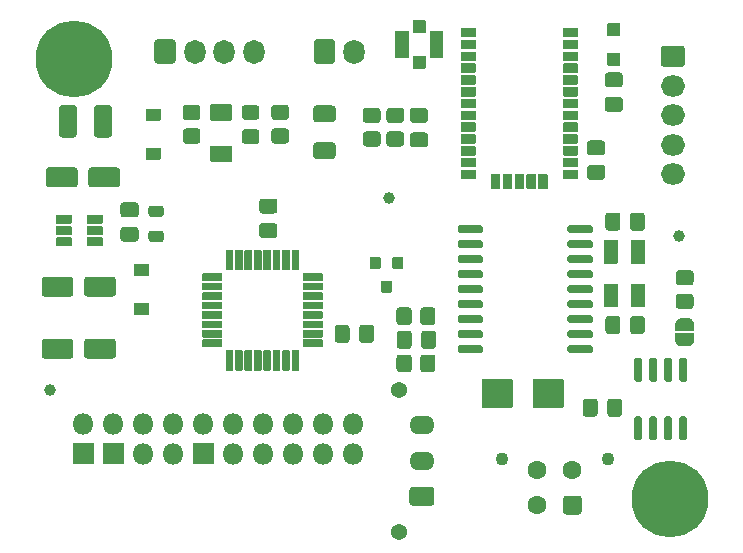
<source format=gbr>
%TF.GenerationSoftware,KiCad,Pcbnew,(5.1.12-1-10_14)*%
%TF.CreationDate,2023-02-08T21:42:28+01:00*%
%TF.ProjectId,SmartDisplay,536d6172-7444-4697-9370-6c61792e6b69,rev?*%
%TF.SameCoordinates,Original*%
%TF.FileFunction,Soldermask,Top*%
%TF.FilePolarity,Negative*%
%FSLAX46Y46*%
G04 Gerber Fmt 4.6, Leading zero omitted, Abs format (unit mm)*
G04 Created by KiCad (PCBNEW (5.1.12-1-10_14)) date 2023-02-08 21:42:28*
%MOMM*%
%LPD*%
G01*
G04 APERTURE LIST*
%ADD10C,0.900000*%
%ADD11C,6.500000*%
%ADD12O,2.120000X1.600000*%
%ADD13C,1.370000*%
%ADD14O,1.800000X2.050000*%
%ADD15O,1.800000X2.100000*%
%ADD16O,2.050000X1.800000*%
%ADD17C,1.000000*%
%ADD18O,1.800000X1.800000*%
%ADD19C,1.600000*%
%ADD20C,1.100000*%
%ADD21C,0.100000*%
G04 APERTURE END LIST*
%TO.C,D6*%
G36*
G01*
X138100000Y-86120000D02*
X136900000Y-86120000D01*
G75*
G02*
X136850000Y-86070000I0J50000D01*
G01*
X136850000Y-85170000D01*
G75*
G02*
X136900000Y-85120000I50000J0D01*
G01*
X138100000Y-85120000D01*
G75*
G02*
X138150000Y-85170000I0J-50000D01*
G01*
X138150000Y-86070000D01*
G75*
G02*
X138100000Y-86120000I-50000J0D01*
G01*
G37*
G36*
G01*
X138100000Y-89420000D02*
X136900000Y-89420000D01*
G75*
G02*
X136850000Y-89370000I0J50000D01*
G01*
X136850000Y-88470000D01*
G75*
G02*
X136900000Y-88420000I50000J0D01*
G01*
X138100000Y-88420000D01*
G75*
G02*
X138150000Y-88470000I0J-50000D01*
G01*
X138150000Y-89370000D01*
G75*
G02*
X138100000Y-89420000I-50000J0D01*
G01*
G37*
%TD*%
%TO.C,D5*%
G36*
G01*
X135900000Y-101570000D02*
X137100000Y-101570000D01*
G75*
G02*
X137150000Y-101620000I0J-50000D01*
G01*
X137150000Y-102520000D01*
G75*
G02*
X137100000Y-102570000I-50000J0D01*
G01*
X135900000Y-102570000D01*
G75*
G02*
X135850000Y-102520000I0J50000D01*
G01*
X135850000Y-101620000D01*
G75*
G02*
X135900000Y-101570000I50000J0D01*
G01*
G37*
G36*
G01*
X135900000Y-98270000D02*
X137100000Y-98270000D01*
G75*
G02*
X137150000Y-98320000I0J-50000D01*
G01*
X137150000Y-99220000D01*
G75*
G02*
X137100000Y-99270000I-50000J0D01*
G01*
X135900000Y-99270000D01*
G75*
G02*
X135850000Y-99220000I0J50000D01*
G01*
X135850000Y-98320000D01*
G75*
G02*
X135900000Y-98270000I50000J0D01*
G01*
G37*
%TD*%
%TO.C,C11*%
G36*
G01*
X152681136Y-86257500D02*
X151318864Y-86257500D01*
G75*
G02*
X151050000Y-85988636I0J268864D01*
G01*
X151050000Y-85101364D01*
G75*
G02*
X151318864Y-84832500I268864J0D01*
G01*
X152681136Y-84832500D01*
G75*
G02*
X152950000Y-85101364I0J-268864D01*
G01*
X152950000Y-85988636D01*
G75*
G02*
X152681136Y-86257500I-268864J0D01*
G01*
G37*
G36*
G01*
X152681136Y-89382500D02*
X151318864Y-89382500D01*
G75*
G02*
X151050000Y-89113636I0J268864D01*
G01*
X151050000Y-88226364D01*
G75*
G02*
X151318864Y-87957500I268864J0D01*
G01*
X152681136Y-87957500D01*
G75*
G02*
X152950000Y-88226364I0J-268864D01*
G01*
X152950000Y-89113636D01*
G75*
G02*
X152681136Y-89382500I-268864J0D01*
G01*
G37*
%TD*%
%TO.C,D3*%
G36*
G01*
X156850000Y-99670000D02*
X157650000Y-99670000D01*
G75*
G02*
X157700000Y-99720000I0J-50000D01*
G01*
X157700000Y-100620000D01*
G75*
G02*
X157650000Y-100670000I-50000J0D01*
G01*
X156850000Y-100670000D01*
G75*
G02*
X156800000Y-100620000I0J50000D01*
G01*
X156800000Y-99720000D01*
G75*
G02*
X156850000Y-99670000I50000J0D01*
G01*
G37*
G36*
G01*
X155900000Y-97670000D02*
X156700000Y-97670000D01*
G75*
G02*
X156750000Y-97720000I0J-50000D01*
G01*
X156750000Y-98620000D01*
G75*
G02*
X156700000Y-98670000I-50000J0D01*
G01*
X155900000Y-98670000D01*
G75*
G02*
X155850000Y-98620000I0J50000D01*
G01*
X155850000Y-97720000D01*
G75*
G02*
X155900000Y-97670000I50000J0D01*
G01*
G37*
G36*
G01*
X157800000Y-97670000D02*
X158600000Y-97670000D01*
G75*
G02*
X158650000Y-97720000I0J-50000D01*
G01*
X158650000Y-98620000D01*
G75*
G02*
X158600000Y-98670000I-50000J0D01*
G01*
X157800000Y-98670000D01*
G75*
G02*
X157750000Y-98620000I0J50000D01*
G01*
X157750000Y-97720000D01*
G75*
G02*
X157800000Y-97670000I50000J0D01*
G01*
G37*
%TD*%
%TO.C,X1*%
G36*
G01*
X159475000Y-81670000D02*
X159475000Y-80670000D01*
G75*
G02*
X159525000Y-80620000I50000J0D01*
G01*
X160525000Y-80620000D01*
G75*
G02*
X160575000Y-80670000I0J-50000D01*
G01*
X160575000Y-81670000D01*
G75*
G02*
X160525000Y-81720000I-50000J0D01*
G01*
X159525000Y-81720000D01*
G75*
G02*
X159475000Y-81670000I0J50000D01*
G01*
G37*
G36*
G01*
X159475000Y-78670000D02*
X159475000Y-77670000D01*
G75*
G02*
X159525000Y-77620000I50000J0D01*
G01*
X160525000Y-77620000D01*
G75*
G02*
X160575000Y-77670000I0J-50000D01*
G01*
X160575000Y-78670000D01*
G75*
G02*
X160525000Y-78720000I-50000J0D01*
G01*
X159525000Y-78720000D01*
G75*
G02*
X159475000Y-78670000I0J50000D01*
G01*
G37*
G36*
G01*
X160925000Y-80770000D02*
X160925000Y-78570000D01*
G75*
G02*
X160975000Y-78520000I50000J0D01*
G01*
X162025000Y-78520000D01*
G75*
G02*
X162075000Y-78570000I0J-50000D01*
G01*
X162075000Y-80770000D01*
G75*
G02*
X162025000Y-80820000I-50000J0D01*
G01*
X160975000Y-80820000D01*
G75*
G02*
X160925000Y-80770000I0J50000D01*
G01*
G37*
G36*
G01*
X157975000Y-80770000D02*
X157975000Y-78570000D01*
G75*
G02*
X158025000Y-78520000I50000J0D01*
G01*
X159075000Y-78520000D01*
G75*
G02*
X159125000Y-78570000I0J-50000D01*
G01*
X159125000Y-80770000D01*
G75*
G02*
X159075000Y-80820000I-50000J0D01*
G01*
X158025000Y-80820000D01*
G75*
G02*
X157975000Y-80770000I0J50000D01*
G01*
G37*
%TD*%
%TO.C,U5*%
G36*
G01*
X172203500Y-79025599D02*
X172203500Y-78314399D01*
G75*
G02*
X172253500Y-78264399I50000J0D01*
G01*
X173396500Y-78264399D01*
G75*
G02*
X173446500Y-78314399I0J-50000D01*
G01*
X173446500Y-79025599D01*
G75*
G02*
X173396500Y-79075599I-50000J0D01*
G01*
X172253500Y-79075599D01*
G75*
G02*
X172203500Y-79025599I0J50000D01*
G01*
G37*
G36*
G01*
X172203500Y-80025600D02*
X172203500Y-79314400D01*
G75*
G02*
X172253500Y-79264400I50000J0D01*
G01*
X173396500Y-79264400D01*
G75*
G02*
X173446500Y-79314400I0J-50000D01*
G01*
X173446500Y-80025600D01*
G75*
G02*
X173396500Y-80075600I-50000J0D01*
G01*
X172253500Y-80075600D01*
G75*
G02*
X172203500Y-80025600I0J50000D01*
G01*
G37*
G36*
G01*
X172203500Y-81025600D02*
X172203500Y-80314400D01*
G75*
G02*
X172253500Y-80264400I50000J0D01*
G01*
X173396500Y-80264400D01*
G75*
G02*
X173446500Y-80314400I0J-50000D01*
G01*
X173446500Y-81025600D01*
G75*
G02*
X173396500Y-81075600I-50000J0D01*
G01*
X172253500Y-81075600D01*
G75*
G02*
X172203500Y-81025600I0J50000D01*
G01*
G37*
G36*
G01*
X172203500Y-82025601D02*
X172203500Y-81314401D01*
G75*
G02*
X172253500Y-81264401I50000J0D01*
G01*
X173396500Y-81264401D01*
G75*
G02*
X173446500Y-81314401I0J-50000D01*
G01*
X173446500Y-82025601D01*
G75*
G02*
X173396500Y-82075601I-50000J0D01*
G01*
X172253500Y-82075601D01*
G75*
G02*
X172203500Y-82025601I0J50000D01*
G01*
G37*
G36*
G01*
X172203500Y-83025599D02*
X172203500Y-82314399D01*
G75*
G02*
X172253500Y-82264399I50000J0D01*
G01*
X173396500Y-82264399D01*
G75*
G02*
X173446500Y-82314399I0J-50000D01*
G01*
X173446500Y-83025599D01*
G75*
G02*
X173396500Y-83075599I-50000J0D01*
G01*
X172253500Y-83075599D01*
G75*
G02*
X172203500Y-83025599I0J50000D01*
G01*
G37*
G36*
G01*
X172203500Y-84025599D02*
X172203500Y-83314399D01*
G75*
G02*
X172253500Y-83264399I50000J0D01*
G01*
X173396500Y-83264399D01*
G75*
G02*
X173446500Y-83314399I0J-50000D01*
G01*
X173446500Y-84025599D01*
G75*
G02*
X173396500Y-84075599I-50000J0D01*
G01*
X172253500Y-84075599D01*
G75*
G02*
X172203500Y-84025599I0J50000D01*
G01*
G37*
G36*
G01*
X172203500Y-85025600D02*
X172203500Y-84314400D01*
G75*
G02*
X172253500Y-84264400I50000J0D01*
G01*
X173396500Y-84264400D01*
G75*
G02*
X173446500Y-84314400I0J-50000D01*
G01*
X173446500Y-85025600D01*
G75*
G02*
X173396500Y-85075600I-50000J0D01*
G01*
X172253500Y-85075600D01*
G75*
G02*
X172203500Y-85025600I0J50000D01*
G01*
G37*
G36*
G01*
X172203500Y-86025601D02*
X172203500Y-85314401D01*
G75*
G02*
X172253500Y-85264401I50000J0D01*
G01*
X173396500Y-85264401D01*
G75*
G02*
X173446500Y-85314401I0J-50000D01*
G01*
X173446500Y-86025601D01*
G75*
G02*
X173396500Y-86075601I-50000J0D01*
G01*
X172253500Y-86075601D01*
G75*
G02*
X172203500Y-86025601I0J50000D01*
G01*
G37*
G36*
G01*
X172203500Y-87025601D02*
X172203500Y-86314401D01*
G75*
G02*
X172253500Y-86264401I50000J0D01*
G01*
X173396500Y-86264401D01*
G75*
G02*
X173446500Y-86314401I0J-50000D01*
G01*
X173446500Y-87025601D01*
G75*
G02*
X173396500Y-87075601I-50000J0D01*
G01*
X172253500Y-87075601D01*
G75*
G02*
X172203500Y-87025601I0J50000D01*
G01*
G37*
G36*
G01*
X172203500Y-88025599D02*
X172203500Y-87314399D01*
G75*
G02*
X172253500Y-87264399I50000J0D01*
G01*
X173396500Y-87264399D01*
G75*
G02*
X173446500Y-87314399I0J-50000D01*
G01*
X173446500Y-88025599D01*
G75*
G02*
X173396500Y-88075599I-50000J0D01*
G01*
X172253500Y-88075599D01*
G75*
G02*
X172203500Y-88025599I0J50000D01*
G01*
G37*
G36*
G01*
X172203500Y-89025600D02*
X172203500Y-88314400D01*
G75*
G02*
X172253500Y-88264400I50000J0D01*
G01*
X173396500Y-88264400D01*
G75*
G02*
X173446500Y-88314400I0J-50000D01*
G01*
X173446500Y-89025600D01*
G75*
G02*
X173396500Y-89075600I-50000J0D01*
G01*
X172253500Y-89075600D01*
G75*
G02*
X172203500Y-89025600I0J50000D01*
G01*
G37*
G36*
G01*
X172203500Y-90025600D02*
X172203500Y-89314400D01*
G75*
G02*
X172253500Y-89264400I50000J0D01*
G01*
X173396500Y-89264400D01*
G75*
G02*
X173446500Y-89314400I0J-50000D01*
G01*
X173446500Y-90025600D01*
G75*
G02*
X173396500Y-90075600I-50000J0D01*
G01*
X172253500Y-90075600D01*
G75*
G02*
X172203500Y-90025600I0J50000D01*
G01*
G37*
G36*
G01*
X172203500Y-91025601D02*
X172203500Y-90314401D01*
G75*
G02*
X172253500Y-90264401I50000J0D01*
G01*
X173396500Y-90264401D01*
G75*
G02*
X173446500Y-90314401I0J-50000D01*
G01*
X173446500Y-91025601D01*
G75*
G02*
X173396500Y-91075601I-50000J0D01*
G01*
X172253500Y-91075601D01*
G75*
G02*
X172203500Y-91025601I0J50000D01*
G01*
G37*
G36*
G01*
X170855601Y-91891502D02*
X170144401Y-91891502D01*
G75*
G02*
X170094401Y-91841502I0J50000D01*
G01*
X170094401Y-90698502D01*
G75*
G02*
X170144401Y-90648502I50000J0D01*
G01*
X170855601Y-90648502D01*
G75*
G02*
X170905601Y-90698502I0J-50000D01*
G01*
X170905601Y-91841502D01*
G75*
G02*
X170855601Y-91891502I-50000J0D01*
G01*
G37*
G36*
G01*
X169855601Y-91891502D02*
X169144401Y-91891502D01*
G75*
G02*
X169094401Y-91841502I0J50000D01*
G01*
X169094401Y-90698502D01*
G75*
G02*
X169144401Y-90648502I50000J0D01*
G01*
X169855601Y-90648502D01*
G75*
G02*
X169905601Y-90698502I0J-50000D01*
G01*
X169905601Y-91841502D01*
G75*
G02*
X169855601Y-91891502I-50000J0D01*
G01*
G37*
G36*
G01*
X168855600Y-91891502D02*
X168144400Y-91891502D01*
G75*
G02*
X168094400Y-91841502I0J50000D01*
G01*
X168094400Y-90698502D01*
G75*
G02*
X168144400Y-90648502I50000J0D01*
G01*
X168855600Y-90648502D01*
G75*
G02*
X168905600Y-90698502I0J-50000D01*
G01*
X168905600Y-91841502D01*
G75*
G02*
X168855600Y-91891502I-50000J0D01*
G01*
G37*
G36*
G01*
X167855599Y-91891502D02*
X167144399Y-91891502D01*
G75*
G02*
X167094399Y-91841502I0J50000D01*
G01*
X167094399Y-90698502D01*
G75*
G02*
X167144399Y-90648502I50000J0D01*
G01*
X167855599Y-90648502D01*
G75*
G02*
X167905599Y-90698502I0J-50000D01*
G01*
X167905599Y-91841502D01*
G75*
G02*
X167855599Y-91891502I-50000J0D01*
G01*
G37*
G36*
G01*
X166855599Y-91891502D02*
X166144399Y-91891502D01*
G75*
G02*
X166094399Y-91841502I0J50000D01*
G01*
X166094399Y-90698502D01*
G75*
G02*
X166144399Y-90648502I50000J0D01*
G01*
X166855599Y-90648502D01*
G75*
G02*
X166905599Y-90698502I0J-50000D01*
G01*
X166905599Y-91841502D01*
G75*
G02*
X166855599Y-91891502I-50000J0D01*
G01*
G37*
G36*
G01*
X163553500Y-91025601D02*
X163553500Y-90314401D01*
G75*
G02*
X163603500Y-90264401I50000J0D01*
G01*
X164746500Y-90264401D01*
G75*
G02*
X164796500Y-90314401I0J-50000D01*
G01*
X164796500Y-91025601D01*
G75*
G02*
X164746500Y-91075601I-50000J0D01*
G01*
X163603500Y-91075601D01*
G75*
G02*
X163553500Y-91025601I0J50000D01*
G01*
G37*
G36*
G01*
X163553500Y-90025600D02*
X163553500Y-89314400D01*
G75*
G02*
X163603500Y-89264400I50000J0D01*
G01*
X164746500Y-89264400D01*
G75*
G02*
X164796500Y-89314400I0J-50000D01*
G01*
X164796500Y-90025600D01*
G75*
G02*
X164746500Y-90075600I-50000J0D01*
G01*
X163603500Y-90075600D01*
G75*
G02*
X163553500Y-90025600I0J50000D01*
G01*
G37*
G36*
G01*
X163553500Y-89025600D02*
X163553500Y-88314400D01*
G75*
G02*
X163603500Y-88264400I50000J0D01*
G01*
X164746500Y-88264400D01*
G75*
G02*
X164796500Y-88314400I0J-50000D01*
G01*
X164796500Y-89025600D01*
G75*
G02*
X164746500Y-89075600I-50000J0D01*
G01*
X163603500Y-89075600D01*
G75*
G02*
X163553500Y-89025600I0J50000D01*
G01*
G37*
G36*
G01*
X163553500Y-88025599D02*
X163553500Y-87314399D01*
G75*
G02*
X163603500Y-87264399I50000J0D01*
G01*
X164746500Y-87264399D01*
G75*
G02*
X164796500Y-87314399I0J-50000D01*
G01*
X164796500Y-88025599D01*
G75*
G02*
X164746500Y-88075599I-50000J0D01*
G01*
X163603500Y-88075599D01*
G75*
G02*
X163553500Y-88025599I0J50000D01*
G01*
G37*
G36*
G01*
X163553500Y-87025601D02*
X163553500Y-86314401D01*
G75*
G02*
X163603500Y-86264401I50000J0D01*
G01*
X164746500Y-86264401D01*
G75*
G02*
X164796500Y-86314401I0J-50000D01*
G01*
X164796500Y-87025601D01*
G75*
G02*
X164746500Y-87075601I-50000J0D01*
G01*
X163603500Y-87075601D01*
G75*
G02*
X163553500Y-87025601I0J50000D01*
G01*
G37*
G36*
G01*
X163553500Y-86025601D02*
X163553500Y-85314401D01*
G75*
G02*
X163603500Y-85264401I50000J0D01*
G01*
X164746500Y-85264401D01*
G75*
G02*
X164796500Y-85314401I0J-50000D01*
G01*
X164796500Y-86025601D01*
G75*
G02*
X164746500Y-86075601I-50000J0D01*
G01*
X163603500Y-86075601D01*
G75*
G02*
X163553500Y-86025601I0J50000D01*
G01*
G37*
G36*
G01*
X163553500Y-85025600D02*
X163553500Y-84314400D01*
G75*
G02*
X163603500Y-84264400I50000J0D01*
G01*
X164746500Y-84264400D01*
G75*
G02*
X164796500Y-84314400I0J-50000D01*
G01*
X164796500Y-85025600D01*
G75*
G02*
X164746500Y-85075600I-50000J0D01*
G01*
X163603500Y-85075600D01*
G75*
G02*
X163553500Y-85025600I0J50000D01*
G01*
G37*
G36*
G01*
X163553500Y-84025599D02*
X163553500Y-83314399D01*
G75*
G02*
X163603500Y-83264399I50000J0D01*
G01*
X164746500Y-83264399D01*
G75*
G02*
X164796500Y-83314399I0J-50000D01*
G01*
X164796500Y-84025599D01*
G75*
G02*
X164746500Y-84075599I-50000J0D01*
G01*
X163603500Y-84075599D01*
G75*
G02*
X163553500Y-84025599I0J50000D01*
G01*
G37*
G36*
G01*
X163553500Y-83025599D02*
X163553500Y-82314399D01*
G75*
G02*
X163603500Y-82264399I50000J0D01*
G01*
X164746500Y-82264399D01*
G75*
G02*
X164796500Y-82314399I0J-50000D01*
G01*
X164796500Y-83025599D01*
G75*
G02*
X164746500Y-83075599I-50000J0D01*
G01*
X163603500Y-83075599D01*
G75*
G02*
X163553500Y-83025599I0J50000D01*
G01*
G37*
G36*
G01*
X163553500Y-82025601D02*
X163553500Y-81314401D01*
G75*
G02*
X163603500Y-81264401I50000J0D01*
G01*
X164746500Y-81264401D01*
G75*
G02*
X164796500Y-81314401I0J-50000D01*
G01*
X164796500Y-82025601D01*
G75*
G02*
X164746500Y-82075601I-50000J0D01*
G01*
X163603500Y-82075601D01*
G75*
G02*
X163553500Y-82025601I0J50000D01*
G01*
G37*
G36*
G01*
X163553500Y-81025600D02*
X163553500Y-80314400D01*
G75*
G02*
X163603500Y-80264400I50000J0D01*
G01*
X164746500Y-80264400D01*
G75*
G02*
X164796500Y-80314400I0J-50000D01*
G01*
X164796500Y-81025600D01*
G75*
G02*
X164746500Y-81075600I-50000J0D01*
G01*
X163603500Y-81075600D01*
G75*
G02*
X163553500Y-81025600I0J50000D01*
G01*
G37*
G36*
G01*
X163553500Y-80025600D02*
X163553500Y-79314400D01*
G75*
G02*
X163603500Y-79264400I50000J0D01*
G01*
X164746500Y-79264400D01*
G75*
G02*
X164796500Y-79314400I0J-50000D01*
G01*
X164796500Y-80025600D01*
G75*
G02*
X164746500Y-80075600I-50000J0D01*
G01*
X163603500Y-80075600D01*
G75*
G02*
X163553500Y-80025600I0J50000D01*
G01*
G37*
G36*
G01*
X163553500Y-79025599D02*
X163553500Y-78314399D01*
G75*
G02*
X163603500Y-78264399I50000J0D01*
G01*
X164746500Y-78264399D01*
G75*
G02*
X164796500Y-78314399I0J-50000D01*
G01*
X164796500Y-79025599D01*
G75*
G02*
X164746500Y-79075599I-50000J0D01*
G01*
X163603500Y-79075599D01*
G75*
G02*
X163553500Y-79025599I0J50000D01*
G01*
G37*
%TD*%
D10*
%TO.C,H2*%
X182972112Y-116459000D03*
X181275056Y-115756056D03*
X179578000Y-116459000D03*
X178875056Y-118156056D03*
X179578000Y-119853112D03*
X181275056Y-120556056D03*
X182972112Y-119853112D03*
X183675056Y-118156056D03*
D11*
X181275056Y-118156056D03*
%TD*%
%TO.C,C15*%
G36*
G01*
X175503724Y-89057500D02*
X174496276Y-89057500D01*
G75*
G02*
X174225000Y-88786224I0J271276D01*
G01*
X174225000Y-88053776D01*
G75*
G02*
X174496276Y-87782500I271276J0D01*
G01*
X175503724Y-87782500D01*
G75*
G02*
X175775000Y-88053776I0J-271276D01*
G01*
X175775000Y-88786224D01*
G75*
G02*
X175503724Y-89057500I-271276J0D01*
G01*
G37*
G36*
G01*
X175503724Y-91132500D02*
X174496276Y-91132500D01*
G75*
G02*
X174225000Y-90861224I0J271276D01*
G01*
X174225000Y-90128776D01*
G75*
G02*
X174496276Y-89857500I271276J0D01*
G01*
X175503724Y-89857500D01*
G75*
G02*
X175775000Y-90128776I0J-271276D01*
G01*
X175775000Y-90861224D01*
G75*
G02*
X175503724Y-91132500I-271276J0D01*
G01*
G37*
%TD*%
%TO.C,U4*%
G36*
G01*
X131900000Y-94795000D02*
X131900000Y-94145000D01*
G75*
G02*
X131950000Y-94095000I50000J0D01*
G01*
X133170000Y-94095000D01*
G75*
G02*
X133220000Y-94145000I0J-50000D01*
G01*
X133220000Y-94795000D01*
G75*
G02*
X133170000Y-94845000I-50000J0D01*
G01*
X131950000Y-94845000D01*
G75*
G02*
X131900000Y-94795000I0J50000D01*
G01*
G37*
G36*
G01*
X131900000Y-95745000D02*
X131900000Y-95095000D01*
G75*
G02*
X131950000Y-95045000I50000J0D01*
G01*
X133170000Y-95045000D01*
G75*
G02*
X133220000Y-95095000I0J-50000D01*
G01*
X133220000Y-95745000D01*
G75*
G02*
X133170000Y-95795000I-50000J0D01*
G01*
X131950000Y-95795000D01*
G75*
G02*
X131900000Y-95745000I0J50000D01*
G01*
G37*
G36*
G01*
X131900000Y-96695000D02*
X131900000Y-96045000D01*
G75*
G02*
X131950000Y-95995000I50000J0D01*
G01*
X133170000Y-95995000D01*
G75*
G02*
X133220000Y-96045000I0J-50000D01*
G01*
X133220000Y-96695000D01*
G75*
G02*
X133170000Y-96745000I-50000J0D01*
G01*
X131950000Y-96745000D01*
G75*
G02*
X131900000Y-96695000I0J50000D01*
G01*
G37*
G36*
G01*
X129280000Y-96695000D02*
X129280000Y-96045000D01*
G75*
G02*
X129330000Y-95995000I50000J0D01*
G01*
X130550000Y-95995000D01*
G75*
G02*
X130600000Y-96045000I0J-50000D01*
G01*
X130600000Y-96695000D01*
G75*
G02*
X130550000Y-96745000I-50000J0D01*
G01*
X129330000Y-96745000D01*
G75*
G02*
X129280000Y-96695000I0J50000D01*
G01*
G37*
G36*
G01*
X129280000Y-95745000D02*
X129280000Y-95095000D01*
G75*
G02*
X129330000Y-95045000I50000J0D01*
G01*
X130550000Y-95045000D01*
G75*
G02*
X130600000Y-95095000I0J-50000D01*
G01*
X130600000Y-95745000D01*
G75*
G02*
X130550000Y-95795000I-50000J0D01*
G01*
X129330000Y-95795000D01*
G75*
G02*
X129280000Y-95745000I0J50000D01*
G01*
G37*
G36*
G01*
X129280000Y-94795000D02*
X129280000Y-94145000D01*
G75*
G02*
X129330000Y-94095000I50000J0D01*
G01*
X130550000Y-94095000D01*
G75*
G02*
X130600000Y-94145000I0J-50000D01*
G01*
X130600000Y-94795000D01*
G75*
G02*
X130550000Y-94845000I-50000J0D01*
G01*
X129330000Y-94845000D01*
G75*
G02*
X129280000Y-94795000I0J50000D01*
G01*
G37*
%TD*%
D12*
%TO.C,J8*%
X160250000Y-111920000D03*
X160250000Y-114920000D03*
G36*
G01*
X161043334Y-118720000D02*
X159456666Y-118720000D01*
G75*
G02*
X159190000Y-118453334I0J266666D01*
G01*
X159190000Y-117386666D01*
G75*
G02*
X159456666Y-117120000I266666J0D01*
G01*
X161043334Y-117120000D01*
G75*
G02*
X161310000Y-117386666I0J-266666D01*
G01*
X161310000Y-118453334D01*
G75*
G02*
X161043334Y-118720000I-266666J0D01*
G01*
G37*
D13*
X158290000Y-108920000D03*
X158290000Y-120920000D03*
%TD*%
%TO.C,L1*%
G36*
G01*
X138156250Y-94282500D02*
X137343750Y-94282500D01*
G75*
G02*
X137100000Y-94038750I0J243750D01*
G01*
X137100000Y-93551250D01*
G75*
G02*
X137343750Y-93307500I243750J0D01*
G01*
X138156250Y-93307500D01*
G75*
G02*
X138400000Y-93551250I0J-243750D01*
G01*
X138400000Y-94038750D01*
G75*
G02*
X138156250Y-94282500I-243750J0D01*
G01*
G37*
G36*
G01*
X138156250Y-96407500D02*
X137343750Y-96407500D01*
G75*
G02*
X137100000Y-96163750I0J243750D01*
G01*
X137100000Y-95676250D01*
G75*
G02*
X137343750Y-95432500I243750J0D01*
G01*
X138156250Y-95432500D01*
G75*
G02*
X138400000Y-95676250I0J-243750D01*
G01*
X138400000Y-96163750D01*
G75*
G02*
X138156250Y-96407500I-243750J0D01*
G01*
G37*
%TD*%
%TO.C,C14*%
G36*
G01*
X131650000Y-106004375D02*
X131650000Y-104835625D01*
G75*
G02*
X131915625Y-104570000I265625J0D01*
G01*
X134084375Y-104570000D01*
G75*
G02*
X134350000Y-104835625I0J-265625D01*
G01*
X134350000Y-106004375D01*
G75*
G02*
X134084375Y-106270000I-265625J0D01*
G01*
X131915625Y-106270000D01*
G75*
G02*
X131650000Y-106004375I0J265625D01*
G01*
G37*
G36*
G01*
X128050000Y-106004375D02*
X128050000Y-104835625D01*
G75*
G02*
X128315625Y-104570000I265625J0D01*
G01*
X130484375Y-104570000D01*
G75*
G02*
X130750000Y-104835625I0J-265625D01*
G01*
X130750000Y-106004375D01*
G75*
G02*
X130484375Y-106270000I-265625J0D01*
G01*
X128315625Y-106270000D01*
G75*
G02*
X128050000Y-106004375I0J265625D01*
G01*
G37*
%TD*%
%TO.C,C13*%
G36*
G01*
X131650000Y-100754375D02*
X131650000Y-99585625D01*
G75*
G02*
X131915625Y-99320000I265625J0D01*
G01*
X134084375Y-99320000D01*
G75*
G02*
X134350000Y-99585625I0J-265625D01*
G01*
X134350000Y-100754375D01*
G75*
G02*
X134084375Y-101020000I-265625J0D01*
G01*
X131915625Y-101020000D01*
G75*
G02*
X131650000Y-100754375I0J265625D01*
G01*
G37*
G36*
G01*
X128050000Y-100754375D02*
X128050000Y-99585625D01*
G75*
G02*
X128315625Y-99320000I265625J0D01*
G01*
X130484375Y-99320000D01*
G75*
G02*
X130750000Y-99585625I0J-265625D01*
G01*
X130750000Y-100754375D01*
G75*
G02*
X130484375Y-101020000I-265625J0D01*
G01*
X128315625Y-101020000D01*
G75*
G02*
X128050000Y-100754375I0J265625D01*
G01*
G37*
%TD*%
%TO.C,C4*%
G36*
G01*
X136003724Y-94307500D02*
X134996276Y-94307500D01*
G75*
G02*
X134725000Y-94036224I0J271276D01*
G01*
X134725000Y-93303776D01*
G75*
G02*
X134996276Y-93032500I271276J0D01*
G01*
X136003724Y-93032500D01*
G75*
G02*
X136275000Y-93303776I0J-271276D01*
G01*
X136275000Y-94036224D01*
G75*
G02*
X136003724Y-94307500I-271276J0D01*
G01*
G37*
G36*
G01*
X136003724Y-96382500D02*
X134996276Y-96382500D01*
G75*
G02*
X134725000Y-96111224I0J271276D01*
G01*
X134725000Y-95378776D01*
G75*
G02*
X134996276Y-95107500I271276J0D01*
G01*
X136003724Y-95107500D01*
G75*
G02*
X136275000Y-95378776I0J-271276D01*
G01*
X136275000Y-96111224D01*
G75*
G02*
X136003724Y-96382500I-271276J0D01*
G01*
G37*
%TD*%
%TO.C,C3*%
G36*
G01*
X132000000Y-91504375D02*
X132000000Y-90335625D01*
G75*
G02*
X132265625Y-90070000I265625J0D01*
G01*
X134434375Y-90070000D01*
G75*
G02*
X134700000Y-90335625I0J-265625D01*
G01*
X134700000Y-91504375D01*
G75*
G02*
X134434375Y-91770000I-265625J0D01*
G01*
X132265625Y-91770000D01*
G75*
G02*
X132000000Y-91504375I0J265625D01*
G01*
G37*
G36*
G01*
X128400000Y-91504375D02*
X128400000Y-90335625D01*
G75*
G02*
X128665625Y-90070000I265625J0D01*
G01*
X130834375Y-90070000D01*
G75*
G02*
X131100000Y-90335625I0J-265625D01*
G01*
X131100000Y-91504375D01*
G75*
G02*
X130834375Y-91770000I-265625J0D01*
G01*
X128665625Y-91770000D01*
G75*
G02*
X128400000Y-91504375I0J265625D01*
G01*
G37*
%TD*%
D14*
%TO.C,J4*%
X146000000Y-80264000D03*
X143500000Y-80264000D03*
X141000000Y-80264000D03*
G36*
G01*
X137600000Y-81024295D02*
X137600000Y-79503705D01*
G75*
G02*
X137864705Y-79239000I264705J0D01*
G01*
X139135295Y-79239000D01*
G75*
G02*
X139400000Y-79503705I0J-264705D01*
G01*
X139400000Y-81024295D01*
G75*
G02*
X139135295Y-81289000I-264705J0D01*
G01*
X137864705Y-81289000D01*
G75*
G02*
X137600000Y-81024295I0J264705D01*
G01*
G37*
%TD*%
D15*
%TO.C,J2*%
X154500000Y-80264000D03*
G36*
G01*
X151100000Y-81049295D02*
X151100000Y-79478705D01*
G75*
G02*
X151364705Y-79214000I264705J0D01*
G01*
X152635295Y-79214000D01*
G75*
G02*
X152900000Y-79478705I0J-264705D01*
G01*
X152900000Y-81049295D01*
G75*
G02*
X152635295Y-81314000I-264705J0D01*
G01*
X151364705Y-81314000D01*
G75*
G02*
X151100000Y-81049295I0J264705D01*
G01*
G37*
%TD*%
D16*
%TO.C,J6*%
X181500000Y-90670000D03*
X181500000Y-88170000D03*
X181500000Y-85670000D03*
X181500000Y-83170000D03*
G36*
G01*
X180739705Y-79770000D02*
X182260295Y-79770000D01*
G75*
G02*
X182525000Y-80034705I0J-264705D01*
G01*
X182525000Y-81305295D01*
G75*
G02*
X182260295Y-81570000I-264705J0D01*
G01*
X180739705Y-81570000D01*
G75*
G02*
X180475000Y-81305295I0J264705D01*
G01*
X180475000Y-80034705D01*
G75*
G02*
X180739705Y-79770000I264705J0D01*
G01*
G37*
%TD*%
D17*
%TO.C,FID3*%
X182000000Y-95920000D03*
%TD*%
%TO.C,FID2*%
X128750000Y-108920000D03*
%TD*%
%TO.C,FID1*%
X157500000Y-92670000D03*
%TD*%
%TO.C,F1*%
G36*
G01*
X132487500Y-87277457D02*
X132487500Y-85062543D01*
G75*
G02*
X132755043Y-84795000I267543J0D01*
G01*
X133744957Y-84795000D01*
G75*
G02*
X134012500Y-85062543I0J-267543D01*
G01*
X134012500Y-87277457D01*
G75*
G02*
X133744957Y-87545000I-267543J0D01*
G01*
X132755043Y-87545000D01*
G75*
G02*
X132487500Y-87277457I0J267543D01*
G01*
G37*
G36*
G01*
X129512500Y-87277457D02*
X129512500Y-85062543D01*
G75*
G02*
X129780043Y-84795000I267543J0D01*
G01*
X130769957Y-84795000D01*
G75*
G02*
X131037500Y-85062543I0J-267543D01*
G01*
X131037500Y-87277457D01*
G75*
G02*
X130769957Y-87545000I-267543J0D01*
G01*
X129780043Y-87545000D01*
G75*
G02*
X129512500Y-87277457I0J267543D01*
G01*
G37*
%TD*%
%TO.C,U3*%
G36*
G01*
X165425000Y-105305000D02*
X165425000Y-105655000D01*
G75*
G02*
X165250000Y-105830000I-175000J0D01*
G01*
X163450000Y-105830000D01*
G75*
G02*
X163275000Y-105655000I0J175000D01*
G01*
X163275000Y-105305000D01*
G75*
G02*
X163450000Y-105130000I175000J0D01*
G01*
X165250000Y-105130000D01*
G75*
G02*
X165425000Y-105305000I0J-175000D01*
G01*
G37*
G36*
G01*
X165425000Y-104035000D02*
X165425000Y-104385000D01*
G75*
G02*
X165250000Y-104560000I-175000J0D01*
G01*
X163450000Y-104560000D01*
G75*
G02*
X163275000Y-104385000I0J175000D01*
G01*
X163275000Y-104035000D01*
G75*
G02*
X163450000Y-103860000I175000J0D01*
G01*
X165250000Y-103860000D01*
G75*
G02*
X165425000Y-104035000I0J-175000D01*
G01*
G37*
G36*
G01*
X165425000Y-102765000D02*
X165425000Y-103115000D01*
G75*
G02*
X165250000Y-103290000I-175000J0D01*
G01*
X163450000Y-103290000D01*
G75*
G02*
X163275000Y-103115000I0J175000D01*
G01*
X163275000Y-102765000D01*
G75*
G02*
X163450000Y-102590000I175000J0D01*
G01*
X165250000Y-102590000D01*
G75*
G02*
X165425000Y-102765000I0J-175000D01*
G01*
G37*
G36*
G01*
X165425000Y-101495000D02*
X165425000Y-101845000D01*
G75*
G02*
X165250000Y-102020000I-175000J0D01*
G01*
X163450000Y-102020000D01*
G75*
G02*
X163275000Y-101845000I0J175000D01*
G01*
X163275000Y-101495000D01*
G75*
G02*
X163450000Y-101320000I175000J0D01*
G01*
X165250000Y-101320000D01*
G75*
G02*
X165425000Y-101495000I0J-175000D01*
G01*
G37*
G36*
G01*
X165425000Y-100225000D02*
X165425000Y-100575000D01*
G75*
G02*
X165250000Y-100750000I-175000J0D01*
G01*
X163450000Y-100750000D01*
G75*
G02*
X163275000Y-100575000I0J175000D01*
G01*
X163275000Y-100225000D01*
G75*
G02*
X163450000Y-100050000I175000J0D01*
G01*
X165250000Y-100050000D01*
G75*
G02*
X165425000Y-100225000I0J-175000D01*
G01*
G37*
G36*
G01*
X165425000Y-98955000D02*
X165425000Y-99305000D01*
G75*
G02*
X165250000Y-99480000I-175000J0D01*
G01*
X163450000Y-99480000D01*
G75*
G02*
X163275000Y-99305000I0J175000D01*
G01*
X163275000Y-98955000D01*
G75*
G02*
X163450000Y-98780000I175000J0D01*
G01*
X165250000Y-98780000D01*
G75*
G02*
X165425000Y-98955000I0J-175000D01*
G01*
G37*
G36*
G01*
X165425000Y-97685000D02*
X165425000Y-98035000D01*
G75*
G02*
X165250000Y-98210000I-175000J0D01*
G01*
X163450000Y-98210000D01*
G75*
G02*
X163275000Y-98035000I0J175000D01*
G01*
X163275000Y-97685000D01*
G75*
G02*
X163450000Y-97510000I175000J0D01*
G01*
X165250000Y-97510000D01*
G75*
G02*
X165425000Y-97685000I0J-175000D01*
G01*
G37*
G36*
G01*
X165425000Y-96415000D02*
X165425000Y-96765000D01*
G75*
G02*
X165250000Y-96940000I-175000J0D01*
G01*
X163450000Y-96940000D01*
G75*
G02*
X163275000Y-96765000I0J175000D01*
G01*
X163275000Y-96415000D01*
G75*
G02*
X163450000Y-96240000I175000J0D01*
G01*
X165250000Y-96240000D01*
G75*
G02*
X165425000Y-96415000I0J-175000D01*
G01*
G37*
G36*
G01*
X165425000Y-95145000D02*
X165425000Y-95495000D01*
G75*
G02*
X165250000Y-95670000I-175000J0D01*
G01*
X163450000Y-95670000D01*
G75*
G02*
X163275000Y-95495000I0J175000D01*
G01*
X163275000Y-95145000D01*
G75*
G02*
X163450000Y-94970000I175000J0D01*
G01*
X165250000Y-94970000D01*
G75*
G02*
X165425000Y-95145000I0J-175000D01*
G01*
G37*
G36*
G01*
X174725000Y-95145000D02*
X174725000Y-95495000D01*
G75*
G02*
X174550000Y-95670000I-175000J0D01*
G01*
X172750000Y-95670000D01*
G75*
G02*
X172575000Y-95495000I0J175000D01*
G01*
X172575000Y-95145000D01*
G75*
G02*
X172750000Y-94970000I175000J0D01*
G01*
X174550000Y-94970000D01*
G75*
G02*
X174725000Y-95145000I0J-175000D01*
G01*
G37*
G36*
G01*
X174725000Y-96415000D02*
X174725000Y-96765000D01*
G75*
G02*
X174550000Y-96940000I-175000J0D01*
G01*
X172750000Y-96940000D01*
G75*
G02*
X172575000Y-96765000I0J175000D01*
G01*
X172575000Y-96415000D01*
G75*
G02*
X172750000Y-96240000I175000J0D01*
G01*
X174550000Y-96240000D01*
G75*
G02*
X174725000Y-96415000I0J-175000D01*
G01*
G37*
G36*
G01*
X174725000Y-97685000D02*
X174725000Y-98035000D01*
G75*
G02*
X174550000Y-98210000I-175000J0D01*
G01*
X172750000Y-98210000D01*
G75*
G02*
X172575000Y-98035000I0J175000D01*
G01*
X172575000Y-97685000D01*
G75*
G02*
X172750000Y-97510000I175000J0D01*
G01*
X174550000Y-97510000D01*
G75*
G02*
X174725000Y-97685000I0J-175000D01*
G01*
G37*
G36*
G01*
X174725000Y-98955000D02*
X174725000Y-99305000D01*
G75*
G02*
X174550000Y-99480000I-175000J0D01*
G01*
X172750000Y-99480000D01*
G75*
G02*
X172575000Y-99305000I0J175000D01*
G01*
X172575000Y-98955000D01*
G75*
G02*
X172750000Y-98780000I175000J0D01*
G01*
X174550000Y-98780000D01*
G75*
G02*
X174725000Y-98955000I0J-175000D01*
G01*
G37*
G36*
G01*
X174725000Y-100225000D02*
X174725000Y-100575000D01*
G75*
G02*
X174550000Y-100750000I-175000J0D01*
G01*
X172750000Y-100750000D01*
G75*
G02*
X172575000Y-100575000I0J175000D01*
G01*
X172575000Y-100225000D01*
G75*
G02*
X172750000Y-100050000I175000J0D01*
G01*
X174550000Y-100050000D01*
G75*
G02*
X174725000Y-100225000I0J-175000D01*
G01*
G37*
G36*
G01*
X174725000Y-101495000D02*
X174725000Y-101845000D01*
G75*
G02*
X174550000Y-102020000I-175000J0D01*
G01*
X172750000Y-102020000D01*
G75*
G02*
X172575000Y-101845000I0J175000D01*
G01*
X172575000Y-101495000D01*
G75*
G02*
X172750000Y-101320000I175000J0D01*
G01*
X174550000Y-101320000D01*
G75*
G02*
X174725000Y-101495000I0J-175000D01*
G01*
G37*
G36*
G01*
X174725000Y-102765000D02*
X174725000Y-103115000D01*
G75*
G02*
X174550000Y-103290000I-175000J0D01*
G01*
X172750000Y-103290000D01*
G75*
G02*
X172575000Y-103115000I0J175000D01*
G01*
X172575000Y-102765000D01*
G75*
G02*
X172750000Y-102590000I175000J0D01*
G01*
X174550000Y-102590000D01*
G75*
G02*
X174725000Y-102765000I0J-175000D01*
G01*
G37*
G36*
G01*
X174725000Y-104035000D02*
X174725000Y-104385000D01*
G75*
G02*
X174550000Y-104560000I-175000J0D01*
G01*
X172750000Y-104560000D01*
G75*
G02*
X172575000Y-104385000I0J175000D01*
G01*
X172575000Y-104035000D01*
G75*
G02*
X172750000Y-103860000I175000J0D01*
G01*
X174550000Y-103860000D01*
G75*
G02*
X174725000Y-104035000I0J-175000D01*
G01*
G37*
G36*
G01*
X174725000Y-105305000D02*
X174725000Y-105655000D01*
G75*
G02*
X174550000Y-105830000I-175000J0D01*
G01*
X172750000Y-105830000D01*
G75*
G02*
X172575000Y-105655000I0J175000D01*
G01*
X172575000Y-105305000D01*
G75*
G02*
X172750000Y-105130000I175000J0D01*
G01*
X174550000Y-105130000D01*
G75*
G02*
X174725000Y-105305000I0J-175000D01*
G01*
G37*
%TD*%
%TO.C,R8*%
G36*
G01*
X160100000Y-107149168D02*
X160100000Y-106190832D01*
G75*
G02*
X160370832Y-105920000I270832J0D01*
G01*
X161129168Y-105920000D01*
G75*
G02*
X161400000Y-106190832I0J-270832D01*
G01*
X161400000Y-107149168D01*
G75*
G02*
X161129168Y-107420000I-270832J0D01*
G01*
X160370832Y-107420000D01*
G75*
G02*
X160100000Y-107149168I0J270832D01*
G01*
G37*
G36*
G01*
X158100000Y-107149168D02*
X158100000Y-106190832D01*
G75*
G02*
X158370832Y-105920000I270832J0D01*
G01*
X159129168Y-105920000D01*
G75*
G02*
X159400000Y-106190832I0J-270832D01*
G01*
X159400000Y-107149168D01*
G75*
G02*
X159129168Y-107420000I-270832J0D01*
G01*
X158370832Y-107420000D01*
G75*
G02*
X158100000Y-107149168I0J270832D01*
G01*
G37*
%TD*%
%TO.C,R7*%
G36*
G01*
X148729168Y-86070000D02*
X147770832Y-86070000D01*
G75*
G02*
X147500000Y-85799168I0J270832D01*
G01*
X147500000Y-85040832D01*
G75*
G02*
X147770832Y-84770000I270832J0D01*
G01*
X148729168Y-84770000D01*
G75*
G02*
X149000000Y-85040832I0J-270832D01*
G01*
X149000000Y-85799168D01*
G75*
G02*
X148729168Y-86070000I-270832J0D01*
G01*
G37*
G36*
G01*
X148729168Y-88070000D02*
X147770832Y-88070000D01*
G75*
G02*
X147500000Y-87799168I0J270832D01*
G01*
X147500000Y-87040832D01*
G75*
G02*
X147770832Y-86770000I270832J0D01*
G01*
X148729168Y-86770000D01*
G75*
G02*
X149000000Y-87040832I0J-270832D01*
G01*
X149000000Y-87799168D01*
G75*
G02*
X148729168Y-88070000I-270832J0D01*
G01*
G37*
%TD*%
%TO.C,R6*%
G36*
G01*
X141229168Y-86070000D02*
X140270832Y-86070000D01*
G75*
G02*
X140000000Y-85799168I0J270832D01*
G01*
X140000000Y-85040832D01*
G75*
G02*
X140270832Y-84770000I270832J0D01*
G01*
X141229168Y-84770000D01*
G75*
G02*
X141500000Y-85040832I0J-270832D01*
G01*
X141500000Y-85799168D01*
G75*
G02*
X141229168Y-86070000I-270832J0D01*
G01*
G37*
G36*
G01*
X141229168Y-88070000D02*
X140270832Y-88070000D01*
G75*
G02*
X140000000Y-87799168I0J270832D01*
G01*
X140000000Y-87040832D01*
G75*
G02*
X140270832Y-86770000I270832J0D01*
G01*
X141229168Y-86770000D01*
G75*
G02*
X141500000Y-87040832I0J-270832D01*
G01*
X141500000Y-87799168D01*
G75*
G02*
X141229168Y-88070000I-270832J0D01*
G01*
G37*
%TD*%
%TO.C,R5*%
G36*
G01*
X155520832Y-87020000D02*
X156479168Y-87020000D01*
G75*
G02*
X156750000Y-87290832I0J-270832D01*
G01*
X156750000Y-88049168D01*
G75*
G02*
X156479168Y-88320000I-270832J0D01*
G01*
X155520832Y-88320000D01*
G75*
G02*
X155250000Y-88049168I0J270832D01*
G01*
X155250000Y-87290832D01*
G75*
G02*
X155520832Y-87020000I270832J0D01*
G01*
G37*
G36*
G01*
X155520832Y-85020000D02*
X156479168Y-85020000D01*
G75*
G02*
X156750000Y-85290832I0J-270832D01*
G01*
X156750000Y-86049168D01*
G75*
G02*
X156479168Y-86320000I-270832J0D01*
G01*
X155520832Y-86320000D01*
G75*
G02*
X155250000Y-86049168I0J270832D01*
G01*
X155250000Y-85290832D01*
G75*
G02*
X155520832Y-85020000I270832J0D01*
G01*
G37*
%TD*%
%TO.C,R4*%
G36*
G01*
X157520832Y-87020000D02*
X158479168Y-87020000D01*
G75*
G02*
X158750000Y-87290832I0J-270832D01*
G01*
X158750000Y-88049168D01*
G75*
G02*
X158479168Y-88320000I-270832J0D01*
G01*
X157520832Y-88320000D01*
G75*
G02*
X157250000Y-88049168I0J270832D01*
G01*
X157250000Y-87290832D01*
G75*
G02*
X157520832Y-87020000I270832J0D01*
G01*
G37*
G36*
G01*
X157520832Y-85020000D02*
X158479168Y-85020000D01*
G75*
G02*
X158750000Y-85290832I0J-270832D01*
G01*
X158750000Y-86049168D01*
G75*
G02*
X158479168Y-86320000I-270832J0D01*
G01*
X157520832Y-86320000D01*
G75*
G02*
X157250000Y-86049168I0J270832D01*
G01*
X157250000Y-85290832D01*
G75*
G02*
X157520832Y-85020000I270832J0D01*
G01*
G37*
%TD*%
%TO.C,R3*%
G36*
G01*
X160100000Y-103149168D02*
X160100000Y-102190832D01*
G75*
G02*
X160370832Y-101920000I270832J0D01*
G01*
X161129168Y-101920000D01*
G75*
G02*
X161400000Y-102190832I0J-270832D01*
G01*
X161400000Y-103149168D01*
G75*
G02*
X161129168Y-103420000I-270832J0D01*
G01*
X160370832Y-103420000D01*
G75*
G02*
X160100000Y-103149168I0J270832D01*
G01*
G37*
G36*
G01*
X158100000Y-103149168D02*
X158100000Y-102190832D01*
G75*
G02*
X158370832Y-101920000I270832J0D01*
G01*
X159129168Y-101920000D01*
G75*
G02*
X159400000Y-102190832I0J-270832D01*
G01*
X159400000Y-103149168D01*
G75*
G02*
X159129168Y-103420000I-270832J0D01*
G01*
X158370832Y-103420000D01*
G75*
G02*
X158100000Y-103149168I0J270832D01*
G01*
G37*
%TD*%
%TO.C,R2*%
G36*
G01*
X182979168Y-100070000D02*
X182020832Y-100070000D01*
G75*
G02*
X181750000Y-99799168I0J270832D01*
G01*
X181750000Y-99040832D01*
G75*
G02*
X182020832Y-98770000I270832J0D01*
G01*
X182979168Y-98770000D01*
G75*
G02*
X183250000Y-99040832I0J-270832D01*
G01*
X183250000Y-99799168D01*
G75*
G02*
X182979168Y-100070000I-270832J0D01*
G01*
G37*
G36*
G01*
X182979168Y-102070000D02*
X182020832Y-102070000D01*
G75*
G02*
X181750000Y-101799168I0J270832D01*
G01*
X181750000Y-101040832D01*
G75*
G02*
X182020832Y-100770000I270832J0D01*
G01*
X182979168Y-100770000D01*
G75*
G02*
X183250000Y-101040832I0J-270832D01*
G01*
X183250000Y-101799168D01*
G75*
G02*
X182979168Y-102070000I-270832J0D01*
G01*
G37*
%TD*%
%TO.C,C12*%
G36*
G01*
X177003724Y-83307500D02*
X175996276Y-83307500D01*
G75*
G02*
X175725000Y-83036224I0J271276D01*
G01*
X175725000Y-82303776D01*
G75*
G02*
X175996276Y-82032500I271276J0D01*
G01*
X177003724Y-82032500D01*
G75*
G02*
X177275000Y-82303776I0J-271276D01*
G01*
X177275000Y-83036224D01*
G75*
G02*
X177003724Y-83307500I-271276J0D01*
G01*
G37*
G36*
G01*
X177003724Y-85382500D02*
X175996276Y-85382500D01*
G75*
G02*
X175725000Y-85111224I0J271276D01*
G01*
X175725000Y-84378776D01*
G75*
G02*
X175996276Y-84107500I271276J0D01*
G01*
X177003724Y-84107500D01*
G75*
G02*
X177275000Y-84378776I0J-271276D01*
G01*
X177275000Y-85111224D01*
G75*
G02*
X177003724Y-85382500I-271276J0D01*
G01*
G37*
%TD*%
%TO.C,C9*%
G36*
G01*
X160503724Y-86307500D02*
X159496276Y-86307500D01*
G75*
G02*
X159225000Y-86036224I0J271276D01*
G01*
X159225000Y-85303776D01*
G75*
G02*
X159496276Y-85032500I271276J0D01*
G01*
X160503724Y-85032500D01*
G75*
G02*
X160775000Y-85303776I0J-271276D01*
G01*
X160775000Y-86036224D01*
G75*
G02*
X160503724Y-86307500I-271276J0D01*
G01*
G37*
G36*
G01*
X160503724Y-88382500D02*
X159496276Y-88382500D01*
G75*
G02*
X159225000Y-88111224I0J271276D01*
G01*
X159225000Y-87378776D01*
G75*
G02*
X159496276Y-87107500I271276J0D01*
G01*
X160503724Y-87107500D01*
G75*
G02*
X160775000Y-87378776I0J-271276D01*
G01*
X160775000Y-88111224D01*
G75*
G02*
X160503724Y-88382500I-271276J0D01*
G01*
G37*
%TD*%
%TO.C,C8*%
G36*
G01*
X177062500Y-102916276D02*
X177062500Y-103923724D01*
G75*
G02*
X176791224Y-104195000I-271276J0D01*
G01*
X176058776Y-104195000D01*
G75*
G02*
X175787500Y-103923724I0J271276D01*
G01*
X175787500Y-102916276D01*
G75*
G02*
X176058776Y-102645000I271276J0D01*
G01*
X176791224Y-102645000D01*
G75*
G02*
X177062500Y-102916276I0J-271276D01*
G01*
G37*
G36*
G01*
X179137500Y-102916276D02*
X179137500Y-103923724D01*
G75*
G02*
X178866224Y-104195000I-271276J0D01*
G01*
X178133776Y-104195000D01*
G75*
G02*
X177862500Y-103923724I0J271276D01*
G01*
X177862500Y-102916276D01*
G75*
G02*
X178133776Y-102645000I271276J0D01*
G01*
X178866224Y-102645000D01*
G75*
G02*
X179137500Y-102916276I0J-271276D01*
G01*
G37*
%TD*%
%TO.C,C7*%
G36*
G01*
X177862500Y-95173724D02*
X177862500Y-94166276D01*
G75*
G02*
X178133776Y-93895000I271276J0D01*
G01*
X178866224Y-93895000D01*
G75*
G02*
X179137500Y-94166276I0J-271276D01*
G01*
X179137500Y-95173724D01*
G75*
G02*
X178866224Y-95445000I-271276J0D01*
G01*
X178133776Y-95445000D01*
G75*
G02*
X177862500Y-95173724I0J271276D01*
G01*
G37*
G36*
G01*
X175787500Y-95173724D02*
X175787500Y-94166276D01*
G75*
G02*
X176058776Y-93895000I271276J0D01*
G01*
X176791224Y-93895000D01*
G75*
G02*
X177062500Y-94166276I0J-271276D01*
G01*
X177062500Y-95173724D01*
G75*
G02*
X176791224Y-95445000I-271276J0D01*
G01*
X176058776Y-95445000D01*
G75*
G02*
X175787500Y-95173724I0J271276D01*
G01*
G37*
%TD*%
%TO.C,C6*%
G36*
G01*
X147753724Y-93982500D02*
X146746276Y-93982500D01*
G75*
G02*
X146475000Y-93711224I0J271276D01*
G01*
X146475000Y-92978776D01*
G75*
G02*
X146746276Y-92707500I271276J0D01*
G01*
X147753724Y-92707500D01*
G75*
G02*
X148025000Y-92978776I0J-271276D01*
G01*
X148025000Y-93711224D01*
G75*
G02*
X147753724Y-93982500I-271276J0D01*
G01*
G37*
G36*
G01*
X147753724Y-96057500D02*
X146746276Y-96057500D01*
G75*
G02*
X146475000Y-95786224I0J271276D01*
G01*
X146475000Y-95053776D01*
G75*
G02*
X146746276Y-94782500I271276J0D01*
G01*
X147753724Y-94782500D01*
G75*
G02*
X148025000Y-95053776I0J-271276D01*
G01*
X148025000Y-95786224D01*
G75*
G02*
X147753724Y-96057500I-271276J0D01*
G01*
G37*
%TD*%
%TO.C,C5*%
G36*
G01*
X175937500Y-110923724D02*
X175937500Y-109916276D01*
G75*
G02*
X176208776Y-109645000I271276J0D01*
G01*
X176941224Y-109645000D01*
G75*
G02*
X177212500Y-109916276I0J-271276D01*
G01*
X177212500Y-110923724D01*
G75*
G02*
X176941224Y-111195000I-271276J0D01*
G01*
X176208776Y-111195000D01*
G75*
G02*
X175937500Y-110923724I0J271276D01*
G01*
G37*
G36*
G01*
X173862500Y-110923724D02*
X173862500Y-109916276D01*
G75*
G02*
X174133776Y-109645000I271276J0D01*
G01*
X174866224Y-109645000D01*
G75*
G02*
X175137500Y-109916276I0J-271276D01*
G01*
X175137500Y-110923724D01*
G75*
G02*
X174866224Y-111195000I-271276J0D01*
G01*
X174133776Y-111195000D01*
G75*
G02*
X173862500Y-110923724I0J271276D01*
G01*
G37*
%TD*%
%TO.C,C2*%
G36*
G01*
X154937500Y-104673724D02*
X154937500Y-103666276D01*
G75*
G02*
X155208776Y-103395000I271276J0D01*
G01*
X155941224Y-103395000D01*
G75*
G02*
X156212500Y-103666276I0J-271276D01*
G01*
X156212500Y-104673724D01*
G75*
G02*
X155941224Y-104945000I-271276J0D01*
G01*
X155208776Y-104945000D01*
G75*
G02*
X154937500Y-104673724I0J271276D01*
G01*
G37*
G36*
G01*
X152862500Y-104673724D02*
X152862500Y-103666276D01*
G75*
G02*
X153133776Y-103395000I271276J0D01*
G01*
X153866224Y-103395000D01*
G75*
G02*
X154137500Y-103666276I0J-271276D01*
G01*
X154137500Y-104673724D01*
G75*
G02*
X153866224Y-104945000I-271276J0D01*
G01*
X153133776Y-104945000D01*
G75*
G02*
X152862500Y-104673724I0J271276D01*
G01*
G37*
%TD*%
%TO.C,C1*%
G36*
G01*
X160187500Y-105173724D02*
X160187500Y-104166276D01*
G75*
G02*
X160458776Y-103895000I271276J0D01*
G01*
X161191224Y-103895000D01*
G75*
G02*
X161462500Y-104166276I0J-271276D01*
G01*
X161462500Y-105173724D01*
G75*
G02*
X161191224Y-105445000I-271276J0D01*
G01*
X160458776Y-105445000D01*
G75*
G02*
X160187500Y-105173724I0J271276D01*
G01*
G37*
G36*
G01*
X158112500Y-105173724D02*
X158112500Y-104166276D01*
G75*
G02*
X158383776Y-103895000I271276J0D01*
G01*
X159116224Y-103895000D01*
G75*
G02*
X159387500Y-104166276I0J-271276D01*
G01*
X159387500Y-105173724D01*
G75*
G02*
X159116224Y-105445000I-271276J0D01*
G01*
X158383776Y-105445000D01*
G75*
G02*
X158112500Y-105173724I0J271276D01*
G01*
G37*
%TD*%
%TO.C,U1*%
G36*
G01*
X144225000Y-98770000D02*
X143675000Y-98770000D01*
G75*
G02*
X143625000Y-98720000I0J50000D01*
G01*
X143625000Y-97120000D01*
G75*
G02*
X143675000Y-97070000I50000J0D01*
G01*
X144225000Y-97070000D01*
G75*
G02*
X144275000Y-97120000I0J-50000D01*
G01*
X144275000Y-98720000D01*
G75*
G02*
X144225000Y-98770000I-50000J0D01*
G01*
G37*
G36*
G01*
X145025000Y-98770000D02*
X144475000Y-98770000D01*
G75*
G02*
X144425000Y-98720000I0J50000D01*
G01*
X144425000Y-97120000D01*
G75*
G02*
X144475000Y-97070000I50000J0D01*
G01*
X145025000Y-97070000D01*
G75*
G02*
X145075000Y-97120000I0J-50000D01*
G01*
X145075000Y-98720000D01*
G75*
G02*
X145025000Y-98770000I-50000J0D01*
G01*
G37*
G36*
G01*
X145825000Y-98770000D02*
X145275000Y-98770000D01*
G75*
G02*
X145225000Y-98720000I0J50000D01*
G01*
X145225000Y-97120000D01*
G75*
G02*
X145275000Y-97070000I50000J0D01*
G01*
X145825000Y-97070000D01*
G75*
G02*
X145875000Y-97120000I0J-50000D01*
G01*
X145875000Y-98720000D01*
G75*
G02*
X145825000Y-98770000I-50000J0D01*
G01*
G37*
G36*
G01*
X146625000Y-98770000D02*
X146075000Y-98770000D01*
G75*
G02*
X146025000Y-98720000I0J50000D01*
G01*
X146025000Y-97120000D01*
G75*
G02*
X146075000Y-97070000I50000J0D01*
G01*
X146625000Y-97070000D01*
G75*
G02*
X146675000Y-97120000I0J-50000D01*
G01*
X146675000Y-98720000D01*
G75*
G02*
X146625000Y-98770000I-50000J0D01*
G01*
G37*
G36*
G01*
X147425000Y-98770000D02*
X146875000Y-98770000D01*
G75*
G02*
X146825000Y-98720000I0J50000D01*
G01*
X146825000Y-97120000D01*
G75*
G02*
X146875000Y-97070000I50000J0D01*
G01*
X147425000Y-97070000D01*
G75*
G02*
X147475000Y-97120000I0J-50000D01*
G01*
X147475000Y-98720000D01*
G75*
G02*
X147425000Y-98770000I-50000J0D01*
G01*
G37*
G36*
G01*
X148225000Y-98770000D02*
X147675000Y-98770000D01*
G75*
G02*
X147625000Y-98720000I0J50000D01*
G01*
X147625000Y-97120000D01*
G75*
G02*
X147675000Y-97070000I50000J0D01*
G01*
X148225000Y-97070000D01*
G75*
G02*
X148275000Y-97120000I0J-50000D01*
G01*
X148275000Y-98720000D01*
G75*
G02*
X148225000Y-98770000I-50000J0D01*
G01*
G37*
G36*
G01*
X149025000Y-98770000D02*
X148475000Y-98770000D01*
G75*
G02*
X148425000Y-98720000I0J50000D01*
G01*
X148425000Y-97120000D01*
G75*
G02*
X148475000Y-97070000I50000J0D01*
G01*
X149025000Y-97070000D01*
G75*
G02*
X149075000Y-97120000I0J-50000D01*
G01*
X149075000Y-98720000D01*
G75*
G02*
X149025000Y-98770000I-50000J0D01*
G01*
G37*
G36*
G01*
X149825000Y-98770000D02*
X149275000Y-98770000D01*
G75*
G02*
X149225000Y-98720000I0J50000D01*
G01*
X149225000Y-97120000D01*
G75*
G02*
X149275000Y-97070000I50000J0D01*
G01*
X149825000Y-97070000D01*
G75*
G02*
X149875000Y-97120000I0J-50000D01*
G01*
X149875000Y-98720000D01*
G75*
G02*
X149825000Y-98770000I-50000J0D01*
G01*
G37*
G36*
G01*
X150150000Y-99645000D02*
X150150000Y-99095000D01*
G75*
G02*
X150200000Y-99045000I50000J0D01*
G01*
X151800000Y-99045000D01*
G75*
G02*
X151850000Y-99095000I0J-50000D01*
G01*
X151850000Y-99645000D01*
G75*
G02*
X151800000Y-99695000I-50000J0D01*
G01*
X150200000Y-99695000D01*
G75*
G02*
X150150000Y-99645000I0J50000D01*
G01*
G37*
G36*
G01*
X150150000Y-100445000D02*
X150150000Y-99895000D01*
G75*
G02*
X150200000Y-99845000I50000J0D01*
G01*
X151800000Y-99845000D01*
G75*
G02*
X151850000Y-99895000I0J-50000D01*
G01*
X151850000Y-100445000D01*
G75*
G02*
X151800000Y-100495000I-50000J0D01*
G01*
X150200000Y-100495000D01*
G75*
G02*
X150150000Y-100445000I0J50000D01*
G01*
G37*
G36*
G01*
X150150000Y-101245000D02*
X150150000Y-100695000D01*
G75*
G02*
X150200000Y-100645000I50000J0D01*
G01*
X151800000Y-100645000D01*
G75*
G02*
X151850000Y-100695000I0J-50000D01*
G01*
X151850000Y-101245000D01*
G75*
G02*
X151800000Y-101295000I-50000J0D01*
G01*
X150200000Y-101295000D01*
G75*
G02*
X150150000Y-101245000I0J50000D01*
G01*
G37*
G36*
G01*
X150150000Y-102045000D02*
X150150000Y-101495000D01*
G75*
G02*
X150200000Y-101445000I50000J0D01*
G01*
X151800000Y-101445000D01*
G75*
G02*
X151850000Y-101495000I0J-50000D01*
G01*
X151850000Y-102045000D01*
G75*
G02*
X151800000Y-102095000I-50000J0D01*
G01*
X150200000Y-102095000D01*
G75*
G02*
X150150000Y-102045000I0J50000D01*
G01*
G37*
G36*
G01*
X150150000Y-102845000D02*
X150150000Y-102295000D01*
G75*
G02*
X150200000Y-102245000I50000J0D01*
G01*
X151800000Y-102245000D01*
G75*
G02*
X151850000Y-102295000I0J-50000D01*
G01*
X151850000Y-102845000D01*
G75*
G02*
X151800000Y-102895000I-50000J0D01*
G01*
X150200000Y-102895000D01*
G75*
G02*
X150150000Y-102845000I0J50000D01*
G01*
G37*
G36*
G01*
X150150000Y-103645000D02*
X150150000Y-103095000D01*
G75*
G02*
X150200000Y-103045000I50000J0D01*
G01*
X151800000Y-103045000D01*
G75*
G02*
X151850000Y-103095000I0J-50000D01*
G01*
X151850000Y-103645000D01*
G75*
G02*
X151800000Y-103695000I-50000J0D01*
G01*
X150200000Y-103695000D01*
G75*
G02*
X150150000Y-103645000I0J50000D01*
G01*
G37*
G36*
G01*
X150150000Y-104445000D02*
X150150000Y-103895000D01*
G75*
G02*
X150200000Y-103845000I50000J0D01*
G01*
X151800000Y-103845000D01*
G75*
G02*
X151850000Y-103895000I0J-50000D01*
G01*
X151850000Y-104445000D01*
G75*
G02*
X151800000Y-104495000I-50000J0D01*
G01*
X150200000Y-104495000D01*
G75*
G02*
X150150000Y-104445000I0J50000D01*
G01*
G37*
G36*
G01*
X150150000Y-105245000D02*
X150150000Y-104695000D01*
G75*
G02*
X150200000Y-104645000I50000J0D01*
G01*
X151800000Y-104645000D01*
G75*
G02*
X151850000Y-104695000I0J-50000D01*
G01*
X151850000Y-105245000D01*
G75*
G02*
X151800000Y-105295000I-50000J0D01*
G01*
X150200000Y-105295000D01*
G75*
G02*
X150150000Y-105245000I0J50000D01*
G01*
G37*
G36*
G01*
X149825000Y-107270000D02*
X149275000Y-107270000D01*
G75*
G02*
X149225000Y-107220000I0J50000D01*
G01*
X149225000Y-105620000D01*
G75*
G02*
X149275000Y-105570000I50000J0D01*
G01*
X149825000Y-105570000D01*
G75*
G02*
X149875000Y-105620000I0J-50000D01*
G01*
X149875000Y-107220000D01*
G75*
G02*
X149825000Y-107270000I-50000J0D01*
G01*
G37*
G36*
G01*
X149025000Y-107270000D02*
X148475000Y-107270000D01*
G75*
G02*
X148425000Y-107220000I0J50000D01*
G01*
X148425000Y-105620000D01*
G75*
G02*
X148475000Y-105570000I50000J0D01*
G01*
X149025000Y-105570000D01*
G75*
G02*
X149075000Y-105620000I0J-50000D01*
G01*
X149075000Y-107220000D01*
G75*
G02*
X149025000Y-107270000I-50000J0D01*
G01*
G37*
G36*
G01*
X148225000Y-107270000D02*
X147675000Y-107270000D01*
G75*
G02*
X147625000Y-107220000I0J50000D01*
G01*
X147625000Y-105620000D01*
G75*
G02*
X147675000Y-105570000I50000J0D01*
G01*
X148225000Y-105570000D01*
G75*
G02*
X148275000Y-105620000I0J-50000D01*
G01*
X148275000Y-107220000D01*
G75*
G02*
X148225000Y-107270000I-50000J0D01*
G01*
G37*
G36*
G01*
X147425000Y-107270000D02*
X146875000Y-107270000D01*
G75*
G02*
X146825000Y-107220000I0J50000D01*
G01*
X146825000Y-105620000D01*
G75*
G02*
X146875000Y-105570000I50000J0D01*
G01*
X147425000Y-105570000D01*
G75*
G02*
X147475000Y-105620000I0J-50000D01*
G01*
X147475000Y-107220000D01*
G75*
G02*
X147425000Y-107270000I-50000J0D01*
G01*
G37*
G36*
G01*
X146625000Y-107270000D02*
X146075000Y-107270000D01*
G75*
G02*
X146025000Y-107220000I0J50000D01*
G01*
X146025000Y-105620000D01*
G75*
G02*
X146075000Y-105570000I50000J0D01*
G01*
X146625000Y-105570000D01*
G75*
G02*
X146675000Y-105620000I0J-50000D01*
G01*
X146675000Y-107220000D01*
G75*
G02*
X146625000Y-107270000I-50000J0D01*
G01*
G37*
G36*
G01*
X145825000Y-107270000D02*
X145275000Y-107270000D01*
G75*
G02*
X145225000Y-107220000I0J50000D01*
G01*
X145225000Y-105620000D01*
G75*
G02*
X145275000Y-105570000I50000J0D01*
G01*
X145825000Y-105570000D01*
G75*
G02*
X145875000Y-105620000I0J-50000D01*
G01*
X145875000Y-107220000D01*
G75*
G02*
X145825000Y-107270000I-50000J0D01*
G01*
G37*
G36*
G01*
X145025000Y-107270000D02*
X144475000Y-107270000D01*
G75*
G02*
X144425000Y-107220000I0J50000D01*
G01*
X144425000Y-105620000D01*
G75*
G02*
X144475000Y-105570000I50000J0D01*
G01*
X145025000Y-105570000D01*
G75*
G02*
X145075000Y-105620000I0J-50000D01*
G01*
X145075000Y-107220000D01*
G75*
G02*
X145025000Y-107270000I-50000J0D01*
G01*
G37*
G36*
G01*
X144225000Y-107270000D02*
X143675000Y-107270000D01*
G75*
G02*
X143625000Y-107220000I0J50000D01*
G01*
X143625000Y-105620000D01*
G75*
G02*
X143675000Y-105570000I50000J0D01*
G01*
X144225000Y-105570000D01*
G75*
G02*
X144275000Y-105620000I0J-50000D01*
G01*
X144275000Y-107220000D01*
G75*
G02*
X144225000Y-107270000I-50000J0D01*
G01*
G37*
G36*
G01*
X141650000Y-105245000D02*
X141650000Y-104695000D01*
G75*
G02*
X141700000Y-104645000I50000J0D01*
G01*
X143300000Y-104645000D01*
G75*
G02*
X143350000Y-104695000I0J-50000D01*
G01*
X143350000Y-105245000D01*
G75*
G02*
X143300000Y-105295000I-50000J0D01*
G01*
X141700000Y-105295000D01*
G75*
G02*
X141650000Y-105245000I0J50000D01*
G01*
G37*
G36*
G01*
X141650000Y-104445000D02*
X141650000Y-103895000D01*
G75*
G02*
X141700000Y-103845000I50000J0D01*
G01*
X143300000Y-103845000D01*
G75*
G02*
X143350000Y-103895000I0J-50000D01*
G01*
X143350000Y-104445000D01*
G75*
G02*
X143300000Y-104495000I-50000J0D01*
G01*
X141700000Y-104495000D01*
G75*
G02*
X141650000Y-104445000I0J50000D01*
G01*
G37*
G36*
G01*
X141650000Y-103645000D02*
X141650000Y-103095000D01*
G75*
G02*
X141700000Y-103045000I50000J0D01*
G01*
X143300000Y-103045000D01*
G75*
G02*
X143350000Y-103095000I0J-50000D01*
G01*
X143350000Y-103645000D01*
G75*
G02*
X143300000Y-103695000I-50000J0D01*
G01*
X141700000Y-103695000D01*
G75*
G02*
X141650000Y-103645000I0J50000D01*
G01*
G37*
G36*
G01*
X141650000Y-102845000D02*
X141650000Y-102295000D01*
G75*
G02*
X141700000Y-102245000I50000J0D01*
G01*
X143300000Y-102245000D01*
G75*
G02*
X143350000Y-102295000I0J-50000D01*
G01*
X143350000Y-102845000D01*
G75*
G02*
X143300000Y-102895000I-50000J0D01*
G01*
X141700000Y-102895000D01*
G75*
G02*
X141650000Y-102845000I0J50000D01*
G01*
G37*
G36*
G01*
X141650000Y-102045000D02*
X141650000Y-101495000D01*
G75*
G02*
X141700000Y-101445000I50000J0D01*
G01*
X143300000Y-101445000D01*
G75*
G02*
X143350000Y-101495000I0J-50000D01*
G01*
X143350000Y-102045000D01*
G75*
G02*
X143300000Y-102095000I-50000J0D01*
G01*
X141700000Y-102095000D01*
G75*
G02*
X141650000Y-102045000I0J50000D01*
G01*
G37*
G36*
G01*
X141650000Y-101245000D02*
X141650000Y-100695000D01*
G75*
G02*
X141700000Y-100645000I50000J0D01*
G01*
X143300000Y-100645000D01*
G75*
G02*
X143350000Y-100695000I0J-50000D01*
G01*
X143350000Y-101245000D01*
G75*
G02*
X143300000Y-101295000I-50000J0D01*
G01*
X141700000Y-101295000D01*
G75*
G02*
X141650000Y-101245000I0J50000D01*
G01*
G37*
G36*
G01*
X141650000Y-100445000D02*
X141650000Y-99895000D01*
G75*
G02*
X141700000Y-99845000I50000J0D01*
G01*
X143300000Y-99845000D01*
G75*
G02*
X143350000Y-99895000I0J-50000D01*
G01*
X143350000Y-100445000D01*
G75*
G02*
X143300000Y-100495000I-50000J0D01*
G01*
X141700000Y-100495000D01*
G75*
G02*
X141650000Y-100445000I0J50000D01*
G01*
G37*
G36*
G01*
X141650000Y-99645000D02*
X141650000Y-99095000D01*
G75*
G02*
X141700000Y-99045000I50000J0D01*
G01*
X143300000Y-99045000D01*
G75*
G02*
X143350000Y-99095000I0J-50000D01*
G01*
X143350000Y-99645000D01*
G75*
G02*
X143300000Y-99695000I-50000J0D01*
G01*
X141700000Y-99695000D01*
G75*
G02*
X141650000Y-99645000I0J50000D01*
G01*
G37*
%TD*%
D18*
%TO.C,J5*%
X139192000Y-111760000D03*
X139192000Y-114300000D03*
X136652000Y-111760000D03*
X136652000Y-114300000D03*
X134112000Y-111760000D03*
G36*
G01*
X134962000Y-115200000D02*
X133262000Y-115200000D01*
G75*
G02*
X133212000Y-115150000I0J50000D01*
G01*
X133212000Y-113450000D01*
G75*
G02*
X133262000Y-113400000I50000J0D01*
G01*
X134962000Y-113400000D01*
G75*
G02*
X135012000Y-113450000I0J-50000D01*
G01*
X135012000Y-115150000D01*
G75*
G02*
X134962000Y-115200000I-50000J0D01*
G01*
G37*
%TD*%
%TO.C,J3*%
X131572000Y-111760000D03*
G36*
G01*
X132422000Y-115200000D02*
X130722000Y-115200000D01*
G75*
G02*
X130672000Y-115150000I0J50000D01*
G01*
X130672000Y-113450000D01*
G75*
G02*
X130722000Y-113400000I50000J0D01*
G01*
X132422000Y-113400000D01*
G75*
G02*
X132472000Y-113450000I0J-50000D01*
G01*
X132472000Y-115150000D01*
G75*
G02*
X132422000Y-115200000I-50000J0D01*
G01*
G37*
%TD*%
%TO.C,J7*%
X154432000Y-111760000D03*
X154432000Y-114300000D03*
X151892000Y-111760000D03*
X151892000Y-114300000D03*
X149352000Y-111760000D03*
X149352000Y-114300000D03*
X146812000Y-111760000D03*
X146812000Y-114300000D03*
X144272000Y-111760000D03*
X144272000Y-114300000D03*
X141732000Y-111760000D03*
G36*
G01*
X142582000Y-115200000D02*
X140882000Y-115200000D01*
G75*
G02*
X140832000Y-115150000I0J50000D01*
G01*
X140832000Y-113450000D01*
G75*
G02*
X140882000Y-113400000I50000J0D01*
G01*
X142582000Y-113400000D01*
G75*
G02*
X142632000Y-113450000I0J-50000D01*
G01*
X142632000Y-115150000D01*
G75*
G02*
X142582000Y-115200000I-50000J0D01*
G01*
G37*
%TD*%
%TO.C,D2*%
G36*
G01*
X167942000Y-108070000D02*
X167942000Y-110370000D01*
G75*
G02*
X167892000Y-110420000I-50000J0D01*
G01*
X165392000Y-110420000D01*
G75*
G02*
X165342000Y-110370000I0J50000D01*
G01*
X165342000Y-108070000D01*
G75*
G02*
X165392000Y-108020000I50000J0D01*
G01*
X167892000Y-108020000D01*
G75*
G02*
X167942000Y-108070000I0J-50000D01*
G01*
G37*
G36*
G01*
X172242000Y-108070000D02*
X172242000Y-110370000D01*
G75*
G02*
X172192000Y-110420000I-50000J0D01*
G01*
X169692000Y-110420000D01*
G75*
G02*
X169642000Y-110370000I0J50000D01*
G01*
X169642000Y-108070000D01*
G75*
G02*
X169692000Y-108020000I50000J0D01*
G01*
X172192000Y-108020000D01*
G75*
G02*
X172242000Y-108070000I0J-50000D01*
G01*
G37*
%TD*%
%TO.C,D1*%
G36*
G01*
X176000000Y-80370000D02*
X177000000Y-80370000D01*
G75*
G02*
X177050000Y-80420000I0J-50000D01*
G01*
X177050000Y-81420000D01*
G75*
G02*
X177000000Y-81470000I-50000J0D01*
G01*
X176000000Y-81470000D01*
G75*
G02*
X175950000Y-81420000I0J50000D01*
G01*
X175950000Y-80420000D01*
G75*
G02*
X176000000Y-80370000I50000J0D01*
G01*
G37*
G36*
G01*
X176000000Y-77870000D02*
X177000000Y-77870000D01*
G75*
G02*
X177050000Y-77920000I0J-50000D01*
G01*
X177050000Y-78920000D01*
G75*
G02*
X177000000Y-78970000I-50000J0D01*
G01*
X176000000Y-78970000D01*
G75*
G02*
X175950000Y-78920000I0J50000D01*
G01*
X175950000Y-77920000D01*
G75*
G02*
X176000000Y-77870000I50000J0D01*
G01*
G37*
%TD*%
%TO.C,Y2*%
G36*
G01*
X178000000Y-96220000D02*
X179100000Y-96220000D01*
G75*
G02*
X179150000Y-96270000I0J-50000D01*
G01*
X179150000Y-98170000D01*
G75*
G02*
X179100000Y-98220000I-50000J0D01*
G01*
X178000000Y-98220000D01*
G75*
G02*
X177950000Y-98170000I0J50000D01*
G01*
X177950000Y-96270000D01*
G75*
G02*
X178000000Y-96220000I50000J0D01*
G01*
G37*
G36*
G01*
X178000000Y-99920000D02*
X179100000Y-99920000D01*
G75*
G02*
X179150000Y-99970000I0J-50000D01*
G01*
X179150000Y-101870000D01*
G75*
G02*
X179100000Y-101920000I-50000J0D01*
G01*
X178000000Y-101920000D01*
G75*
G02*
X177950000Y-101870000I0J50000D01*
G01*
X177950000Y-99970000D01*
G75*
G02*
X178000000Y-99920000I50000J0D01*
G01*
G37*
G36*
G01*
X175700000Y-99920000D02*
X176800000Y-99920000D01*
G75*
G02*
X176850000Y-99970000I0J-50000D01*
G01*
X176850000Y-101870000D01*
G75*
G02*
X176800000Y-101920000I-50000J0D01*
G01*
X175700000Y-101920000D01*
G75*
G02*
X175650000Y-101870000I0J50000D01*
G01*
X175650000Y-99970000D01*
G75*
G02*
X175700000Y-99920000I50000J0D01*
G01*
G37*
G36*
G01*
X175700000Y-96220000D02*
X176800000Y-96220000D01*
G75*
G02*
X176850000Y-96270000I0J-50000D01*
G01*
X176850000Y-98170000D01*
G75*
G02*
X176800000Y-98220000I-50000J0D01*
G01*
X175700000Y-98220000D01*
G75*
G02*
X175650000Y-98170000I0J50000D01*
G01*
X175650000Y-96270000D01*
G75*
G02*
X175700000Y-96220000I50000J0D01*
G01*
G37*
%TD*%
%TO.C,D4*%
G36*
G01*
X144100000Y-86120000D02*
X142400000Y-86120000D01*
G75*
G02*
X142350000Y-86070000I0J50000D01*
G01*
X142350000Y-84770000D01*
G75*
G02*
X142400000Y-84720000I50000J0D01*
G01*
X144100000Y-84720000D01*
G75*
G02*
X144150000Y-84770000I0J-50000D01*
G01*
X144150000Y-86070000D01*
G75*
G02*
X144100000Y-86120000I-50000J0D01*
G01*
G37*
G36*
G01*
X144100000Y-89620000D02*
X142400000Y-89620000D01*
G75*
G02*
X142350000Y-89570000I0J50000D01*
G01*
X142350000Y-88270000D01*
G75*
G02*
X142400000Y-88220000I50000J0D01*
G01*
X144100000Y-88220000D01*
G75*
G02*
X144150000Y-88270000I0J-50000D01*
G01*
X144150000Y-89570000D01*
G75*
G02*
X144100000Y-89620000I-50000J0D01*
G01*
G37*
%TD*%
%TO.C,C10*%
G36*
G01*
X146228262Y-86045000D02*
X145271738Y-86045000D01*
G75*
G02*
X145000000Y-85773262I0J271738D01*
G01*
X145000000Y-85066738D01*
G75*
G02*
X145271738Y-84795000I271738J0D01*
G01*
X146228262Y-84795000D01*
G75*
G02*
X146500000Y-85066738I0J-271738D01*
G01*
X146500000Y-85773262D01*
G75*
G02*
X146228262Y-86045000I-271738J0D01*
G01*
G37*
G36*
G01*
X146228262Y-88095000D02*
X145271738Y-88095000D01*
G75*
G02*
X145000000Y-87823262I0J271738D01*
G01*
X145000000Y-87116738D01*
G75*
G02*
X145271738Y-86845000I271738J0D01*
G01*
X146228262Y-86845000D01*
G75*
G02*
X146500000Y-87116738I0J-271738D01*
G01*
X146500000Y-87823262D01*
G75*
G02*
X146228262Y-88095000I-271738J0D01*
G01*
G37*
%TD*%
D10*
%TO.C,H1*%
X132507056Y-79201944D03*
X130810000Y-78499000D03*
X129112944Y-79201944D03*
X128410000Y-80899000D03*
X129112944Y-82596056D03*
X130810000Y-83299000D03*
X132507056Y-82596056D03*
X133210000Y-80899000D03*
D11*
X130810000Y-80899000D03*
%TD*%
%TO.C,U2*%
G36*
G01*
X182197000Y-111145000D02*
X182547000Y-111145000D01*
G75*
G02*
X182722000Y-111320000I0J-175000D01*
G01*
X182722000Y-113020000D01*
G75*
G02*
X182547000Y-113195000I-175000J0D01*
G01*
X182197000Y-113195000D01*
G75*
G02*
X182022000Y-113020000I0J175000D01*
G01*
X182022000Y-111320000D01*
G75*
G02*
X182197000Y-111145000I175000J0D01*
G01*
G37*
G36*
G01*
X180927000Y-111145000D02*
X181277000Y-111145000D01*
G75*
G02*
X181452000Y-111320000I0J-175000D01*
G01*
X181452000Y-113020000D01*
G75*
G02*
X181277000Y-113195000I-175000J0D01*
G01*
X180927000Y-113195000D01*
G75*
G02*
X180752000Y-113020000I0J175000D01*
G01*
X180752000Y-111320000D01*
G75*
G02*
X180927000Y-111145000I175000J0D01*
G01*
G37*
G36*
G01*
X179657000Y-111145000D02*
X180007000Y-111145000D01*
G75*
G02*
X180182000Y-111320000I0J-175000D01*
G01*
X180182000Y-113020000D01*
G75*
G02*
X180007000Y-113195000I-175000J0D01*
G01*
X179657000Y-113195000D01*
G75*
G02*
X179482000Y-113020000I0J175000D01*
G01*
X179482000Y-111320000D01*
G75*
G02*
X179657000Y-111145000I175000J0D01*
G01*
G37*
G36*
G01*
X178387000Y-111145000D02*
X178737000Y-111145000D01*
G75*
G02*
X178912000Y-111320000I0J-175000D01*
G01*
X178912000Y-113020000D01*
G75*
G02*
X178737000Y-113195000I-175000J0D01*
G01*
X178387000Y-113195000D01*
G75*
G02*
X178212000Y-113020000I0J175000D01*
G01*
X178212000Y-111320000D01*
G75*
G02*
X178387000Y-111145000I175000J0D01*
G01*
G37*
G36*
G01*
X178387000Y-106195000D02*
X178737000Y-106195000D01*
G75*
G02*
X178912000Y-106370000I0J-175000D01*
G01*
X178912000Y-108070000D01*
G75*
G02*
X178737000Y-108245000I-175000J0D01*
G01*
X178387000Y-108245000D01*
G75*
G02*
X178212000Y-108070000I0J175000D01*
G01*
X178212000Y-106370000D01*
G75*
G02*
X178387000Y-106195000I175000J0D01*
G01*
G37*
G36*
G01*
X179657000Y-106195000D02*
X180007000Y-106195000D01*
G75*
G02*
X180182000Y-106370000I0J-175000D01*
G01*
X180182000Y-108070000D01*
G75*
G02*
X180007000Y-108245000I-175000J0D01*
G01*
X179657000Y-108245000D01*
G75*
G02*
X179482000Y-108070000I0J175000D01*
G01*
X179482000Y-106370000D01*
G75*
G02*
X179657000Y-106195000I175000J0D01*
G01*
G37*
G36*
G01*
X180927000Y-106195000D02*
X181277000Y-106195000D01*
G75*
G02*
X181452000Y-106370000I0J-175000D01*
G01*
X181452000Y-108070000D01*
G75*
G02*
X181277000Y-108245000I-175000J0D01*
G01*
X180927000Y-108245000D01*
G75*
G02*
X180752000Y-108070000I0J175000D01*
G01*
X180752000Y-106370000D01*
G75*
G02*
X180927000Y-106195000I175000J0D01*
G01*
G37*
G36*
G01*
X182197000Y-106195000D02*
X182547000Y-106195000D01*
G75*
G02*
X182722000Y-106370000I0J-175000D01*
G01*
X182722000Y-108070000D01*
G75*
G02*
X182547000Y-108245000I-175000J0D01*
G01*
X182197000Y-108245000D01*
G75*
G02*
X182022000Y-108070000I0J175000D01*
G01*
X182022000Y-106370000D01*
G75*
G02*
X182197000Y-106195000I175000J0D01*
G01*
G37*
%TD*%
D19*
%TO.C,J1*%
X170000000Y-115670000D03*
X173000000Y-115670000D03*
X170000000Y-118670000D03*
G36*
G01*
X173800000Y-118136666D02*
X173800000Y-119203334D01*
G75*
G02*
X173533334Y-119470000I-266666J0D01*
G01*
X172466666Y-119470000D01*
G75*
G02*
X172200000Y-119203334I0J266666D01*
G01*
X172200000Y-118136666D01*
G75*
G02*
X172466666Y-117870000I266666J0D01*
G01*
X173533334Y-117870000D01*
G75*
G02*
X173800000Y-118136666I0J-266666D01*
G01*
G37*
D20*
X167000000Y-114730000D03*
X176000000Y-114730000D03*
%TD*%
D21*
%TO.C,JP2*%
G36*
X183299398Y-104676111D02*
G01*
X183299398Y-104694534D01*
X183299157Y-104699435D01*
X183294347Y-104748266D01*
X183293627Y-104753119D01*
X183284055Y-104801244D01*
X183282863Y-104806005D01*
X183268619Y-104852960D01*
X183266966Y-104857579D01*
X183248189Y-104902912D01*
X183246091Y-104907349D01*
X183222960Y-104950622D01*
X183220438Y-104954829D01*
X183193178Y-104995628D01*
X183190254Y-104999570D01*
X183159126Y-105037499D01*
X183155831Y-105041134D01*
X183121134Y-105075831D01*
X183117499Y-105079126D01*
X183079570Y-105110254D01*
X183075628Y-105113178D01*
X183034829Y-105140438D01*
X183030622Y-105142960D01*
X182987349Y-105166091D01*
X182982912Y-105168189D01*
X182937579Y-105186966D01*
X182932960Y-105188619D01*
X182886005Y-105202863D01*
X182881244Y-105204055D01*
X182833119Y-105213627D01*
X182828266Y-105214347D01*
X182779435Y-105219157D01*
X182774534Y-105219398D01*
X182756111Y-105219398D01*
X182750000Y-105220000D01*
X182250000Y-105220000D01*
X182243889Y-105219398D01*
X182225466Y-105219398D01*
X182220565Y-105219157D01*
X182171734Y-105214347D01*
X182166881Y-105213627D01*
X182118756Y-105204055D01*
X182113995Y-105202863D01*
X182067040Y-105188619D01*
X182062421Y-105186966D01*
X182017088Y-105168189D01*
X182012651Y-105166091D01*
X181969378Y-105142960D01*
X181965171Y-105140438D01*
X181924372Y-105113178D01*
X181920430Y-105110254D01*
X181882501Y-105079126D01*
X181878866Y-105075831D01*
X181844169Y-105041134D01*
X181840874Y-105037499D01*
X181809746Y-104999570D01*
X181806822Y-104995628D01*
X181779562Y-104954829D01*
X181777040Y-104950622D01*
X181753909Y-104907349D01*
X181751811Y-104902912D01*
X181733034Y-104857579D01*
X181731381Y-104852960D01*
X181717137Y-104806005D01*
X181715945Y-104801244D01*
X181706373Y-104753119D01*
X181705653Y-104748266D01*
X181700843Y-104699435D01*
X181700602Y-104694534D01*
X181700602Y-104676111D01*
X181700000Y-104670000D01*
X181700000Y-104170000D01*
X181700961Y-104160245D01*
X181703806Y-104150866D01*
X181708427Y-104142221D01*
X181714645Y-104134645D01*
X181722221Y-104128427D01*
X181730866Y-104123806D01*
X181740245Y-104120961D01*
X181750000Y-104120000D01*
X183250000Y-104120000D01*
X183259755Y-104120961D01*
X183269134Y-104123806D01*
X183277779Y-104128427D01*
X183285355Y-104134645D01*
X183291573Y-104142221D01*
X183296194Y-104150866D01*
X183299039Y-104160245D01*
X183300000Y-104170000D01*
X183300000Y-104670000D01*
X183299398Y-104676111D01*
G37*
G36*
X183299039Y-103879755D02*
G01*
X183296194Y-103889134D01*
X183291573Y-103897779D01*
X183285355Y-103905355D01*
X183277779Y-103911573D01*
X183269134Y-103916194D01*
X183259755Y-103919039D01*
X183250000Y-103920000D01*
X181750000Y-103920000D01*
X181740245Y-103919039D01*
X181730866Y-103916194D01*
X181722221Y-103911573D01*
X181714645Y-103905355D01*
X181708427Y-103897779D01*
X181703806Y-103889134D01*
X181700961Y-103879755D01*
X181700000Y-103870000D01*
X181700000Y-103370000D01*
X181700602Y-103363889D01*
X181700602Y-103345466D01*
X181700843Y-103340565D01*
X181705653Y-103291734D01*
X181706373Y-103286881D01*
X181715945Y-103238756D01*
X181717137Y-103233995D01*
X181731381Y-103187040D01*
X181733034Y-103182421D01*
X181751811Y-103137088D01*
X181753909Y-103132651D01*
X181777040Y-103089378D01*
X181779562Y-103085171D01*
X181806822Y-103044372D01*
X181809746Y-103040430D01*
X181840874Y-103002501D01*
X181844169Y-102998866D01*
X181878866Y-102964169D01*
X181882501Y-102960874D01*
X181920430Y-102929746D01*
X181924372Y-102926822D01*
X181965171Y-102899562D01*
X181969378Y-102897040D01*
X182012651Y-102873909D01*
X182017088Y-102871811D01*
X182062421Y-102853034D01*
X182067040Y-102851381D01*
X182113995Y-102837137D01*
X182118756Y-102835945D01*
X182166881Y-102826373D01*
X182171734Y-102825653D01*
X182220565Y-102820843D01*
X182225466Y-102820602D01*
X182243889Y-102820602D01*
X182250000Y-102820000D01*
X182750000Y-102820000D01*
X182756111Y-102820602D01*
X182774534Y-102820602D01*
X182779435Y-102820843D01*
X182828266Y-102825653D01*
X182833119Y-102826373D01*
X182881244Y-102835945D01*
X182886005Y-102837137D01*
X182932960Y-102851381D01*
X182937579Y-102853034D01*
X182982912Y-102871811D01*
X182987349Y-102873909D01*
X183030622Y-102897040D01*
X183034829Y-102899562D01*
X183075628Y-102926822D01*
X183079570Y-102929746D01*
X183117499Y-102960874D01*
X183121134Y-102964169D01*
X183155831Y-102998866D01*
X183159126Y-103002501D01*
X183190254Y-103040430D01*
X183193178Y-103044372D01*
X183220438Y-103085171D01*
X183222960Y-103089378D01*
X183246091Y-103132651D01*
X183248189Y-103137088D01*
X183266966Y-103182421D01*
X183268619Y-103187040D01*
X183282863Y-103233995D01*
X183284055Y-103238756D01*
X183293627Y-103286881D01*
X183294347Y-103291734D01*
X183299157Y-103340565D01*
X183299398Y-103345466D01*
X183299398Y-103363889D01*
X183300000Y-103370000D01*
X183300000Y-103870000D01*
X183299039Y-103879755D01*
G37*
%TD*%
M02*

</source>
